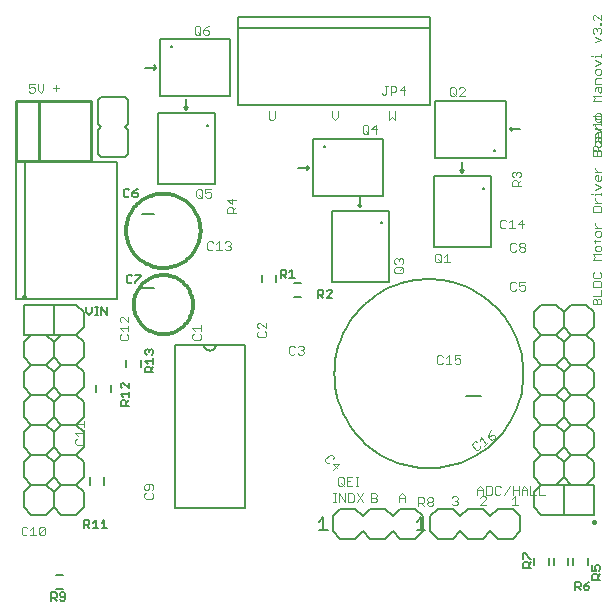
<source format=gto>
G75*
G70*
%OFA0B0*%
%FSLAX24Y24*%
%IPPOS*%
%LPD*%
%AMOC8*
5,1,8,0,0,1.08239X$1,22.5*
%
%ADD10C,0.0030*%
%ADD11C,0.0060*%
%ADD12C,0.0080*%
%ADD13C,0.0050*%
%ADD14C,0.0160*%
%ADD15C,0.0100*%
%ADD16C,0.0120*%
D10*
X002669Y002853D02*
X002718Y002805D01*
X002814Y002805D01*
X002863Y002853D01*
X002964Y002805D02*
X003157Y002805D01*
X003061Y002805D02*
X003061Y003095D01*
X002964Y002998D01*
X002863Y003047D02*
X002814Y003095D01*
X002718Y003095D01*
X002669Y003047D01*
X002669Y002853D01*
X003259Y002853D02*
X003452Y003047D01*
X003452Y002853D01*
X003404Y002805D01*
X003307Y002805D01*
X003259Y002853D01*
X003259Y003047D01*
X003307Y003095D01*
X003404Y003095D01*
X003452Y003047D01*
X004507Y005831D02*
X004701Y005831D01*
X004749Y005879D01*
X004749Y005976D01*
X004701Y006025D01*
X004749Y006126D02*
X004749Y006319D01*
X004749Y006222D02*
X004459Y006222D01*
X004556Y006126D01*
X004507Y006025D02*
X004459Y005976D01*
X004459Y005879D01*
X004507Y005831D01*
X004556Y006420D02*
X004459Y006517D01*
X004749Y006517D01*
X004749Y006420D02*
X004749Y006614D01*
X006807Y004514D02*
X006759Y004465D01*
X006759Y004369D01*
X006807Y004320D01*
X006856Y004320D01*
X006904Y004369D01*
X006904Y004514D01*
X007001Y004514D02*
X006807Y004514D01*
X007001Y004514D02*
X007049Y004465D01*
X007049Y004369D01*
X007001Y004320D01*
X007001Y004219D02*
X007049Y004171D01*
X007049Y004074D01*
X007001Y004026D01*
X006807Y004026D01*
X006759Y004074D01*
X006759Y004171D01*
X006807Y004219D01*
X006181Y009315D02*
X005987Y009315D01*
X005939Y009363D01*
X005939Y009460D01*
X005987Y009508D01*
X006036Y009610D02*
X005939Y009706D01*
X006229Y009706D01*
X006229Y009610D02*
X006229Y009803D01*
X006229Y009904D02*
X006036Y010098D01*
X005987Y010098D01*
X005939Y010049D01*
X005939Y009953D01*
X005987Y009904D01*
X006229Y009904D02*
X006229Y010098D01*
X006181Y009508D02*
X006229Y009460D01*
X006229Y009363D01*
X006181Y009315D01*
X008359Y009374D02*
X008407Y009326D01*
X008601Y009326D01*
X008649Y009374D01*
X008649Y009471D01*
X008601Y009519D01*
X008649Y009620D02*
X008649Y009814D01*
X008649Y009717D02*
X008359Y009717D01*
X008456Y009620D01*
X008407Y009519D02*
X008359Y009471D01*
X008359Y009374D01*
X010529Y009463D02*
X010577Y009415D01*
X010771Y009415D01*
X010819Y009463D01*
X010819Y009560D01*
X010771Y009608D01*
X010819Y009710D02*
X010626Y009903D01*
X010577Y009903D01*
X010529Y009855D01*
X010529Y009758D01*
X010577Y009710D01*
X010577Y009608D02*
X010529Y009560D01*
X010529Y009463D01*
X010819Y009710D02*
X010819Y009903D01*
X011631Y009124D02*
X011582Y009076D01*
X011582Y008882D01*
X011631Y008834D01*
X011727Y008834D01*
X011776Y008882D01*
X011877Y008882D02*
X011925Y008834D01*
X012022Y008834D01*
X012070Y008882D01*
X012070Y008931D01*
X012022Y008979D01*
X011974Y008979D01*
X012022Y008979D02*
X012070Y009027D01*
X012070Y009076D01*
X012022Y009124D01*
X011925Y009124D01*
X011877Y009076D01*
X011776Y009076D02*
X011727Y009124D01*
X011631Y009124D01*
X009594Y012315D02*
X009497Y012315D01*
X009449Y012363D01*
X009347Y012315D02*
X009154Y012315D01*
X009251Y012315D02*
X009251Y012605D01*
X009154Y012508D01*
X009053Y012557D02*
X009004Y012605D01*
X008908Y012605D01*
X008859Y012557D01*
X008859Y012363D01*
X008908Y012315D01*
X009004Y012315D01*
X009053Y012363D01*
X009449Y012557D02*
X009497Y012605D01*
X009594Y012605D01*
X009642Y012557D01*
X009642Y012508D01*
X009594Y012460D01*
X009642Y012412D01*
X009642Y012363D01*
X009594Y012315D01*
X009594Y012460D02*
X009545Y012460D01*
X009529Y013546D02*
X009529Y013691D01*
X009577Y013739D01*
X009674Y013739D01*
X009723Y013691D01*
X009723Y013546D01*
X009819Y013546D02*
X009529Y013546D01*
X009723Y013642D02*
X009819Y013739D01*
X009674Y013840D02*
X009674Y014034D01*
X009819Y013985D02*
X009529Y013985D01*
X009674Y013840D01*
X008982Y014108D02*
X008934Y014059D01*
X008837Y014059D01*
X008788Y014108D01*
X008788Y014205D02*
X008885Y014253D01*
X008934Y014253D01*
X008982Y014205D01*
X008982Y014108D01*
X008788Y014205D02*
X008788Y014350D01*
X008982Y014350D01*
X008687Y014301D02*
X008687Y014108D01*
X008639Y014059D01*
X008542Y014059D01*
X008494Y014108D01*
X008494Y014301D01*
X008542Y014350D01*
X008639Y014350D01*
X008687Y014301D01*
X008590Y014156D02*
X008687Y014059D01*
X010958Y016665D02*
X011054Y016665D01*
X011103Y016713D01*
X011103Y016955D01*
X010909Y016955D02*
X010909Y016713D01*
X010958Y016665D01*
X013009Y016762D02*
X013106Y016665D01*
X013203Y016762D01*
X013203Y016955D01*
X013009Y016955D02*
X013009Y016762D01*
X014036Y016442D02*
X014036Y016249D01*
X014084Y016201D01*
X014181Y016201D01*
X014229Y016249D01*
X014229Y016442D01*
X014181Y016491D01*
X014084Y016491D01*
X014036Y016442D01*
X014132Y016297D02*
X014229Y016201D01*
X014330Y016346D02*
X014475Y016491D01*
X014475Y016201D01*
X014524Y016346D02*
X014330Y016346D01*
X014909Y016665D02*
X015006Y016762D01*
X015103Y016665D01*
X015103Y016955D01*
X014909Y016955D02*
X014909Y016665D01*
X014970Y017495D02*
X014970Y017785D01*
X015115Y017785D01*
X015164Y017737D01*
X015164Y017640D01*
X015115Y017592D01*
X014970Y017592D01*
X014820Y017543D02*
X014820Y017785D01*
X014772Y017785D02*
X014869Y017785D01*
X014820Y017543D02*
X014772Y017495D01*
X014724Y017495D01*
X014675Y017543D01*
X015265Y017640D02*
X015458Y017640D01*
X015410Y017495D02*
X015410Y017785D01*
X015265Y017640D01*
X016944Y017701D02*
X016944Y017508D01*
X016992Y017459D01*
X017089Y017459D01*
X017137Y017508D01*
X017137Y017701D01*
X017089Y017750D01*
X016992Y017750D01*
X016944Y017701D01*
X017040Y017556D02*
X017137Y017459D01*
X017238Y017459D02*
X017432Y017653D01*
X017432Y017701D01*
X017384Y017750D01*
X017287Y017750D01*
X017238Y017701D01*
X017238Y017459D02*
X017432Y017459D01*
X019067Y014933D02*
X019116Y014933D01*
X019164Y014885D01*
X019213Y014933D01*
X019261Y014933D01*
X019309Y014885D01*
X019309Y014788D01*
X019261Y014740D01*
X019309Y014638D02*
X019213Y014542D01*
X019213Y014590D02*
X019213Y014445D01*
X019309Y014445D02*
X019019Y014445D01*
X019019Y014590D01*
X019067Y014638D01*
X019164Y014638D01*
X019213Y014590D01*
X019067Y014740D02*
X019019Y014788D01*
X019019Y014885D01*
X019067Y014933D01*
X019164Y014885D02*
X019164Y014836D01*
X019017Y013335D02*
X018920Y013238D01*
X018819Y013287D02*
X018770Y013335D01*
X018674Y013335D01*
X018625Y013287D01*
X018625Y013093D01*
X018674Y013045D01*
X018770Y013045D01*
X018819Y013093D01*
X018920Y013045D02*
X019114Y013045D01*
X019017Y013045D02*
X019017Y013335D01*
X019215Y013190D02*
X019408Y013190D01*
X019360Y013045D02*
X019360Y013335D01*
X019215Y013190D01*
X019302Y012555D02*
X019399Y012555D01*
X019447Y012507D01*
X019447Y012458D01*
X019399Y012410D01*
X019302Y012410D01*
X019254Y012458D01*
X019254Y012507D01*
X019302Y012555D01*
X019302Y012410D02*
X019254Y012362D01*
X019254Y012313D01*
X019302Y012265D01*
X019399Y012265D01*
X019447Y012313D01*
X019447Y012362D01*
X019399Y012410D01*
X019153Y012313D02*
X019104Y012265D01*
X019008Y012265D01*
X018959Y012313D01*
X018959Y012507D01*
X019008Y012555D01*
X019104Y012555D01*
X019153Y012507D01*
X019104Y011255D02*
X019008Y011255D01*
X018959Y011207D01*
X018959Y011013D01*
X019008Y010965D01*
X019104Y010965D01*
X019153Y011013D01*
X019254Y011013D02*
X019302Y010965D01*
X019399Y010965D01*
X019447Y011013D01*
X019447Y011110D01*
X019399Y011158D01*
X019351Y011158D01*
X019254Y011110D01*
X019254Y011255D01*
X019447Y011255D01*
X019153Y011207D02*
X019104Y011255D01*
X016932Y011909D02*
X016738Y011909D01*
X016835Y011909D02*
X016835Y012200D01*
X016738Y012103D01*
X016637Y012151D02*
X016637Y011958D01*
X016589Y011909D01*
X016492Y011909D01*
X016444Y011958D01*
X016444Y012151D01*
X016492Y012200D01*
X016589Y012200D01*
X016637Y012151D01*
X016540Y012006D02*
X016637Y011909D01*
X015385Y011892D02*
X015336Y011844D01*
X015385Y011892D02*
X015385Y011989D01*
X015336Y012038D01*
X015288Y012038D01*
X015240Y011989D01*
X015240Y011941D01*
X015240Y011989D02*
X015191Y012038D01*
X015143Y012038D01*
X015095Y011989D01*
X015095Y011892D01*
X015143Y011844D01*
X015143Y011743D02*
X015336Y011743D01*
X015385Y011695D01*
X015385Y011598D01*
X015336Y011549D01*
X015143Y011549D01*
X015095Y011598D01*
X015095Y011695D01*
X015143Y011743D01*
X015288Y011646D02*
X015385Y011743D01*
X016558Y008805D02*
X016509Y008757D01*
X016509Y008563D01*
X016558Y008515D01*
X016654Y008515D01*
X016703Y008563D01*
X016804Y008515D02*
X016997Y008515D01*
X016901Y008515D02*
X016901Y008805D01*
X016804Y008708D01*
X016703Y008757D02*
X016654Y008805D01*
X016558Y008805D01*
X017099Y008805D02*
X017099Y008660D01*
X017195Y008708D01*
X017244Y008708D01*
X017292Y008660D01*
X017292Y008563D01*
X017244Y008515D01*
X017147Y008515D01*
X017099Y008563D01*
X017099Y008805D02*
X017292Y008805D01*
X018304Y006314D02*
X018252Y006219D01*
X018229Y006085D01*
X018347Y006168D01*
X018415Y006156D01*
X018443Y006116D01*
X018431Y006049D01*
X018351Y005993D01*
X018284Y006005D01*
X018229Y006085D01*
X018229Y005908D02*
X018070Y005797D01*
X018150Y005852D02*
X017983Y006090D01*
X017959Y005955D01*
X017849Y005937D02*
X017781Y005949D01*
X017702Y005893D01*
X017690Y005826D01*
X017801Y005667D01*
X017869Y005655D01*
X017948Y005711D01*
X017960Y005778D01*
X017956Y004455D02*
X017859Y004358D01*
X017859Y004165D01*
X017859Y004310D02*
X018053Y004310D01*
X018053Y004358D02*
X018053Y004165D01*
X018008Y004105D02*
X017959Y004057D01*
X018008Y004105D02*
X018104Y004105D01*
X018153Y004057D01*
X018153Y004008D01*
X017959Y003815D01*
X018153Y003815D01*
X018154Y004165D02*
X018299Y004165D01*
X018347Y004213D01*
X018347Y004407D01*
X018299Y004455D01*
X018154Y004455D01*
X018154Y004165D01*
X018053Y004358D02*
X017956Y004455D01*
X018449Y004407D02*
X018449Y004213D01*
X018497Y004165D01*
X018594Y004165D01*
X018642Y004213D01*
X018743Y004165D02*
X018937Y004455D01*
X019038Y004455D02*
X019038Y004165D01*
X019106Y004105D02*
X019106Y003815D01*
X019009Y003815D02*
X019203Y003815D01*
X019009Y004008D02*
X019106Y004105D01*
X019231Y004165D02*
X019231Y004455D01*
X019333Y004358D02*
X019429Y004455D01*
X019526Y004358D01*
X019526Y004165D01*
X019627Y004165D02*
X019821Y004165D01*
X019922Y004165D02*
X019922Y004455D01*
X019922Y004165D02*
X020115Y004165D01*
X019627Y004165D02*
X019627Y004455D01*
X019526Y004310D02*
X019333Y004310D01*
X019333Y004358D02*
X019333Y004165D01*
X019231Y004310D02*
X019038Y004310D01*
X018642Y004407D02*
X018594Y004455D01*
X018497Y004455D01*
X018449Y004407D01*
X017203Y004057D02*
X017203Y004008D01*
X017154Y003960D01*
X017203Y003912D01*
X017203Y003863D01*
X017154Y003815D01*
X017058Y003815D01*
X017009Y003863D01*
X017106Y003960D02*
X017154Y003960D01*
X017203Y004057D02*
X017154Y004105D01*
X017058Y004105D01*
X017009Y004057D01*
X016380Y004031D02*
X016380Y003983D01*
X016332Y003935D01*
X016235Y003935D01*
X016187Y003983D01*
X016187Y004031D01*
X016235Y004080D01*
X016332Y004080D01*
X016380Y004031D01*
X016332Y003935D02*
X016380Y003886D01*
X016380Y003838D01*
X016332Y003790D01*
X016235Y003790D01*
X016187Y003838D01*
X016187Y003886D01*
X016235Y003935D01*
X016085Y003935D02*
X016037Y003886D01*
X015892Y003886D01*
X015892Y003790D02*
X015892Y004080D01*
X016037Y004080D01*
X016085Y004031D01*
X016085Y003935D01*
X015989Y003886D02*
X016085Y003790D01*
X015453Y003915D02*
X015453Y004108D01*
X015356Y004205D01*
X015259Y004108D01*
X015259Y003915D01*
X015259Y004060D02*
X015453Y004060D01*
X014503Y004012D02*
X014503Y003963D01*
X014454Y003915D01*
X014309Y003915D01*
X014309Y004205D01*
X014454Y004205D01*
X014503Y004157D01*
X014503Y004108D01*
X014454Y004060D01*
X014309Y004060D01*
X014454Y004060D02*
X014503Y004012D01*
X014039Y003915D02*
X013845Y004205D01*
X013744Y004157D02*
X013744Y003963D01*
X013696Y003915D01*
X013550Y003915D01*
X013550Y004205D01*
X013696Y004205D01*
X013744Y004157D01*
X013845Y003915D02*
X014039Y004205D01*
X013895Y004465D02*
X013799Y004465D01*
X013847Y004465D02*
X013847Y004755D01*
X013799Y004755D02*
X013895Y004755D01*
X013697Y004755D02*
X013504Y004755D01*
X013504Y004465D01*
X013697Y004465D01*
X013601Y004610D02*
X013504Y004610D01*
X013403Y004707D02*
X013403Y004513D01*
X013354Y004465D01*
X013258Y004465D01*
X013209Y004513D01*
X013209Y004707D01*
X013258Y004755D01*
X013354Y004755D01*
X013403Y004707D01*
X013306Y004562D02*
X013403Y004465D01*
X013449Y004205D02*
X013449Y003915D01*
X013256Y004205D01*
X013256Y003915D01*
X013156Y003915D02*
X013059Y003915D01*
X013108Y003915D02*
X013108Y004205D01*
X013156Y004205D02*
X013059Y004205D01*
X013035Y004996D02*
X013258Y005182D01*
X013053Y005200D01*
X013178Y005052D01*
X013062Y005340D02*
X013068Y005408D01*
X013006Y005482D01*
X012938Y005488D01*
X012790Y005364D01*
X012784Y005296D01*
X012846Y005222D01*
X012914Y005216D01*
X021699Y010505D02*
X021699Y010650D01*
X021747Y010698D01*
X021796Y010698D01*
X021844Y010650D01*
X021844Y010505D01*
X021989Y010505D02*
X021699Y010505D01*
X021844Y010650D02*
X021893Y010698D01*
X021941Y010698D01*
X021989Y010650D01*
X021989Y010505D01*
X021989Y010800D02*
X021699Y010800D01*
X021989Y010800D02*
X021989Y010993D01*
X021989Y011094D02*
X021989Y011239D01*
X021941Y011288D01*
X021747Y011288D01*
X021699Y011239D01*
X021699Y011094D01*
X021989Y011094D01*
X021941Y011389D02*
X021747Y011389D01*
X021699Y011437D01*
X021699Y011534D01*
X021747Y011582D01*
X021941Y011582D02*
X021989Y011534D01*
X021989Y011437D01*
X021941Y011389D01*
X021989Y011978D02*
X021699Y011978D01*
X021796Y012075D01*
X021699Y012172D01*
X021989Y012172D01*
X021941Y012273D02*
X021989Y012321D01*
X021989Y012418D01*
X021941Y012466D01*
X021844Y012466D01*
X021796Y012418D01*
X021796Y012321D01*
X021844Y012273D01*
X021941Y012273D01*
X021796Y012568D02*
X021796Y012664D01*
X021747Y012616D02*
X021941Y012616D01*
X021989Y012664D01*
X021941Y012764D02*
X021989Y012812D01*
X021989Y012909D01*
X021941Y012957D01*
X021844Y012957D01*
X021796Y012909D01*
X021796Y012812D01*
X021844Y012764D01*
X021941Y012764D01*
X021989Y013059D02*
X021796Y013059D01*
X021796Y013155D02*
X021796Y013204D01*
X021796Y013155D02*
X021893Y013059D01*
X021989Y013599D02*
X021699Y013599D01*
X021699Y013744D01*
X021747Y013792D01*
X021941Y013792D01*
X021989Y013744D01*
X021989Y013599D01*
X021989Y013893D02*
X021796Y013893D01*
X021893Y013893D02*
X021796Y013990D01*
X021796Y014039D01*
X021796Y014139D02*
X021796Y014187D01*
X021989Y014187D01*
X021989Y014139D02*
X021989Y014236D01*
X021989Y014432D02*
X021796Y014529D01*
X021844Y014630D02*
X021796Y014678D01*
X021796Y014775D01*
X021844Y014824D01*
X021893Y014824D01*
X021893Y014630D01*
X021941Y014630D02*
X021844Y014630D01*
X021941Y014630D02*
X021989Y014678D01*
X021989Y014775D01*
X021989Y014925D02*
X021796Y014925D01*
X021796Y015022D02*
X021796Y015070D01*
X021796Y015022D02*
X021893Y014925D01*
X021989Y014432D02*
X021796Y014335D01*
X021699Y014187D02*
X021651Y014187D01*
X021699Y015465D02*
X021699Y015610D01*
X021747Y015658D01*
X021796Y015658D01*
X021844Y015610D01*
X021844Y015465D01*
X021989Y015465D02*
X021699Y015465D01*
X021699Y015605D02*
X021699Y015750D01*
X021747Y015798D01*
X021844Y015798D01*
X021893Y015750D01*
X021893Y015605D01*
X021844Y015610D02*
X021893Y015658D01*
X021941Y015658D01*
X021989Y015610D01*
X021989Y015465D01*
X021989Y015605D02*
X021699Y015605D01*
X021844Y015760D02*
X021941Y015760D01*
X021989Y015808D01*
X021989Y015905D01*
X021941Y015953D01*
X021844Y015953D01*
X021796Y015905D01*
X021796Y015808D01*
X021844Y015760D01*
X021941Y015900D02*
X021893Y015948D01*
X021893Y016093D01*
X021893Y016103D02*
X021893Y016248D01*
X021844Y016248D02*
X021989Y016248D01*
X021989Y016103D01*
X021941Y016054D01*
X021893Y016103D01*
X021844Y016093D02*
X021989Y016093D01*
X021989Y015948D01*
X021941Y015900D01*
X021796Y015948D02*
X021796Y016045D01*
X021844Y016093D01*
X021796Y016103D02*
X021796Y016199D01*
X021844Y016248D01*
X021796Y016194D02*
X021989Y016291D01*
X021796Y016388D01*
X021796Y016349D02*
X021989Y016349D01*
X021893Y016349D02*
X021796Y016446D01*
X021796Y016494D01*
X021699Y016489D02*
X021699Y016537D01*
X021989Y016537D01*
X021989Y016489D02*
X021989Y016586D01*
X021941Y016594D02*
X021844Y016594D01*
X021796Y016643D01*
X021796Y016788D01*
X021796Y016831D02*
X021796Y016734D01*
X021844Y016685D01*
X021941Y016685D01*
X021989Y016734D01*
X021989Y016831D01*
X021941Y016879D01*
X021844Y016879D01*
X021796Y016831D01*
X021699Y016788D02*
X021989Y016788D01*
X021989Y016643D01*
X021941Y016594D01*
X021989Y017275D02*
X021699Y017275D01*
X021796Y017371D01*
X021699Y017468D01*
X021989Y017468D01*
X021941Y017569D02*
X021893Y017618D01*
X021893Y017763D01*
X021844Y017763D02*
X021989Y017763D01*
X021989Y017618D01*
X021941Y017569D01*
X021796Y017618D02*
X021796Y017714D01*
X021844Y017763D01*
X021796Y017864D02*
X021796Y018009D01*
X021844Y018057D01*
X021989Y018057D01*
X021941Y018159D02*
X021989Y018207D01*
X021989Y018304D01*
X021941Y018352D01*
X021844Y018352D01*
X021796Y018304D01*
X021796Y018207D01*
X021844Y018159D01*
X021941Y018159D01*
X021989Y017864D02*
X021796Y017864D01*
X021796Y018453D02*
X021989Y018550D01*
X021796Y018647D01*
X021796Y018748D02*
X021796Y018796D01*
X021989Y018796D01*
X021989Y018748D02*
X021989Y018845D01*
X021699Y018796D02*
X021651Y018796D01*
X021796Y019239D02*
X021989Y019336D01*
X021796Y019433D01*
X021747Y019534D02*
X021699Y019582D01*
X021699Y019679D01*
X021747Y019727D01*
X021796Y019727D01*
X021844Y019679D01*
X021893Y019727D01*
X021941Y019727D01*
X021989Y019679D01*
X021989Y019582D01*
X021941Y019534D01*
X021844Y019630D02*
X021844Y019679D01*
X021941Y019828D02*
X021941Y019877D01*
X021989Y019877D01*
X021989Y019828D01*
X021941Y019828D01*
X021989Y019976D02*
X021796Y020169D01*
X021747Y020169D01*
X021699Y020121D01*
X021699Y020024D01*
X021747Y019976D01*
X021989Y019976D02*
X021989Y020169D01*
X008924Y019791D02*
X008827Y019742D01*
X008730Y019646D01*
X008875Y019646D01*
X008924Y019597D01*
X008924Y019549D01*
X008875Y019501D01*
X008779Y019501D01*
X008730Y019549D01*
X008730Y019646D01*
X008629Y019742D02*
X008629Y019549D01*
X008581Y019501D01*
X008484Y019501D01*
X008436Y019549D01*
X008436Y019742D01*
X008484Y019791D01*
X008581Y019791D01*
X008629Y019742D01*
X008532Y019597D02*
X008629Y019501D01*
X003903Y017710D02*
X003709Y017710D01*
X003806Y017807D02*
X003806Y017613D01*
X003397Y017662D02*
X003397Y017855D01*
X003204Y017855D02*
X003204Y017662D01*
X003301Y017565D01*
X003397Y017662D01*
X003103Y017710D02*
X003103Y017613D01*
X003054Y017565D01*
X002958Y017565D01*
X002909Y017613D01*
X002909Y017710D02*
X003006Y017758D01*
X003054Y017758D01*
X003103Y017710D01*
X003103Y017855D02*
X002909Y017855D01*
X002909Y017710D01*
D11*
X005204Y017320D02*
X005204Y016520D01*
X005304Y016420D01*
X005204Y016320D01*
X005204Y015520D01*
X005304Y015420D01*
X006104Y015420D01*
X006204Y015520D01*
X006204Y016320D01*
X006104Y016420D01*
X006204Y016520D01*
X006204Y017320D01*
X006104Y017420D01*
X005304Y017420D01*
X005204Y017320D01*
X010678Y011498D02*
X010678Y011262D01*
X011151Y011262D02*
X011151Y011498D01*
X011746Y011216D02*
X011982Y011216D01*
X011982Y010744D02*
X011746Y010744D01*
X006631Y008668D02*
X006631Y008432D01*
X006158Y008432D02*
X006158Y008668D01*
X005631Y007818D02*
X005631Y007582D01*
X005158Y007582D02*
X005158Y007818D01*
X004948Y004738D02*
X004948Y004502D01*
X005421Y004502D02*
X005421Y004738D01*
X004035Y001491D02*
X003799Y001491D01*
X003799Y001019D02*
X004035Y001019D01*
X019758Y001832D02*
X019758Y002068D01*
X020231Y002068D02*
X020231Y001832D01*
X020408Y001832D02*
X020408Y002068D01*
X020881Y002068D02*
X020881Y001832D01*
X021058Y001832D02*
X021058Y002068D01*
X021531Y002068D02*
X021531Y001832D01*
D12*
X021744Y003500D02*
X020744Y003500D01*
X019994Y003500D01*
X019744Y003750D01*
X019744Y004250D01*
X019994Y004500D01*
X019744Y004750D01*
X019744Y005250D01*
X019994Y005500D01*
X019744Y005750D01*
X019744Y006250D01*
X019994Y006500D01*
X019744Y006750D01*
X019744Y007250D01*
X019994Y007500D01*
X019744Y007750D01*
X019744Y008250D01*
X019994Y008500D01*
X019744Y008750D01*
X019744Y009250D01*
X019994Y009500D01*
X019744Y009750D01*
X019744Y010250D01*
X019994Y010500D01*
X020494Y010500D01*
X020744Y010250D01*
X020994Y010500D01*
X021494Y010500D01*
X021744Y010250D01*
X021744Y009750D01*
X021494Y009500D01*
X020994Y009500D01*
X020744Y009750D01*
X020494Y009500D01*
X020744Y009250D01*
X020994Y009500D01*
X020744Y009250D02*
X020744Y008750D01*
X020994Y008500D01*
X020744Y008250D01*
X020744Y007750D01*
X020994Y007500D01*
X020744Y007250D01*
X020744Y006750D01*
X020994Y006500D01*
X020744Y006250D01*
X020744Y005750D01*
X020994Y005500D01*
X020744Y005250D01*
X020744Y004750D01*
X020994Y004500D01*
X021494Y004500D01*
X021744Y004750D01*
X021744Y005250D01*
X021494Y005500D01*
X021744Y005750D01*
X021744Y006250D01*
X021494Y006500D01*
X021744Y006750D01*
X021744Y007250D01*
X021494Y007500D01*
X021744Y007750D01*
X021744Y008250D01*
X021494Y008500D01*
X021744Y008750D01*
X021744Y009250D01*
X021494Y009500D01*
X020744Y009750D02*
X020744Y010250D01*
X020494Y009500D02*
X019994Y009500D01*
X020744Y008750D02*
X020494Y008500D01*
X020744Y008250D01*
X020494Y008500D02*
X019994Y008500D01*
X020744Y007750D02*
X020494Y007500D01*
X020744Y007250D01*
X020494Y007500D02*
X019994Y007500D01*
X020744Y006750D02*
X020494Y006500D01*
X020744Y006250D01*
X020494Y006500D02*
X019994Y006500D01*
X020744Y005750D02*
X020494Y005500D01*
X020744Y005250D01*
X020494Y005500D02*
X019994Y005500D01*
X020744Y004750D02*
X020494Y004500D01*
X020744Y004500D01*
X020994Y004500D01*
X020744Y004500D02*
X020744Y003500D01*
X021744Y003500D02*
X021744Y004500D01*
X021494Y004500D01*
X020494Y004500D02*
X019994Y004500D01*
X019044Y003700D02*
X019294Y003450D01*
X019294Y002950D01*
X019044Y002700D01*
X018544Y002700D01*
X018294Y002950D01*
X018044Y002700D01*
X017544Y002700D01*
X017294Y002950D01*
X017044Y002700D01*
X016544Y002700D01*
X016294Y002950D01*
X016294Y003450D01*
X016544Y003700D01*
X017044Y003700D01*
X017294Y003450D01*
X017544Y003700D01*
X018044Y003700D01*
X018294Y003450D01*
X018544Y003700D01*
X019044Y003700D01*
X020994Y005500D02*
X021494Y005500D01*
X021494Y006500D02*
X020994Y006500D01*
X020994Y007500D02*
X021494Y007500D01*
X021494Y008500D02*
X020994Y008500D01*
X017994Y007450D02*
X017494Y007450D01*
X013094Y008200D02*
X013098Y008355D01*
X013109Y008509D01*
X013128Y008662D01*
X013155Y008815D01*
X013188Y008965D01*
X013230Y009114D01*
X013278Y009261D01*
X013334Y009405D01*
X013396Y009547D01*
X013466Y009685D01*
X013542Y009819D01*
X013625Y009950D01*
X013714Y010076D01*
X013809Y010198D01*
X013910Y010315D01*
X014017Y010427D01*
X014129Y010534D01*
X014246Y010635D01*
X014368Y010730D01*
X014494Y010819D01*
X014625Y010902D01*
X014759Y010978D01*
X014897Y011048D01*
X015039Y011110D01*
X015183Y011166D01*
X015330Y011214D01*
X015479Y011256D01*
X015629Y011289D01*
X015782Y011316D01*
X015935Y011335D01*
X016089Y011346D01*
X016244Y011350D01*
X016399Y011346D01*
X016553Y011335D01*
X016706Y011316D01*
X016859Y011289D01*
X017009Y011256D01*
X017158Y011214D01*
X017305Y011166D01*
X017449Y011110D01*
X017591Y011048D01*
X017729Y010978D01*
X017863Y010902D01*
X017994Y010819D01*
X018120Y010730D01*
X018242Y010635D01*
X018359Y010534D01*
X018471Y010427D01*
X018578Y010315D01*
X018679Y010198D01*
X018774Y010076D01*
X018863Y009950D01*
X018946Y009819D01*
X019022Y009685D01*
X019092Y009547D01*
X019154Y009405D01*
X019210Y009261D01*
X019258Y009114D01*
X019300Y008965D01*
X019333Y008815D01*
X019360Y008662D01*
X019379Y008509D01*
X019390Y008355D01*
X019394Y008200D01*
X019390Y008045D01*
X019379Y007891D01*
X019360Y007738D01*
X019333Y007585D01*
X019300Y007435D01*
X019258Y007286D01*
X019210Y007139D01*
X019154Y006995D01*
X019092Y006853D01*
X019022Y006715D01*
X018946Y006581D01*
X018863Y006450D01*
X018774Y006324D01*
X018679Y006202D01*
X018578Y006085D01*
X018471Y005973D01*
X018359Y005866D01*
X018242Y005765D01*
X018120Y005670D01*
X017994Y005581D01*
X017863Y005498D01*
X017729Y005422D01*
X017591Y005352D01*
X017449Y005290D01*
X017305Y005234D01*
X017158Y005186D01*
X017009Y005144D01*
X016859Y005111D01*
X016706Y005084D01*
X016553Y005065D01*
X016399Y005054D01*
X016244Y005050D01*
X016089Y005054D01*
X015935Y005065D01*
X015782Y005084D01*
X015629Y005111D01*
X015479Y005144D01*
X015330Y005186D01*
X015183Y005234D01*
X015039Y005290D01*
X014897Y005352D01*
X014759Y005422D01*
X014625Y005498D01*
X014494Y005581D01*
X014368Y005670D01*
X014246Y005765D01*
X014129Y005866D01*
X014017Y005973D01*
X013910Y006085D01*
X013809Y006202D01*
X013714Y006324D01*
X013625Y006450D01*
X013542Y006581D01*
X013466Y006715D01*
X013396Y006853D01*
X013334Y006995D01*
X013278Y007139D01*
X013230Y007286D01*
X013188Y007435D01*
X013155Y007585D01*
X013128Y007738D01*
X013109Y007891D01*
X013098Y008045D01*
X013094Y008200D01*
X010105Y009166D02*
X007784Y009166D01*
X007784Y003734D01*
X010105Y003734D01*
X010105Y009166D01*
X009141Y009166D02*
X009139Y009139D01*
X009134Y009113D01*
X009125Y009088D01*
X009112Y009064D01*
X009097Y009042D01*
X009078Y009022D01*
X009058Y009005D01*
X009035Y008991D01*
X009010Y008980D01*
X008984Y008973D01*
X008957Y008969D01*
X008931Y008969D01*
X008904Y008973D01*
X008878Y008980D01*
X008853Y008991D01*
X008830Y009005D01*
X008810Y009022D01*
X008791Y009042D01*
X008776Y009064D01*
X008763Y009088D01*
X008754Y009113D01*
X008749Y009139D01*
X008747Y009166D01*
X007094Y011050D02*
X006694Y011050D01*
X005863Y010671D02*
X002792Y010671D01*
X002792Y015269D01*
X005863Y015269D01*
X005863Y010671D01*
X004744Y010250D02*
X004744Y009750D01*
X004494Y009500D01*
X004744Y009250D01*
X004744Y008750D01*
X004494Y008500D01*
X004744Y008250D01*
X004744Y007750D01*
X004494Y007500D01*
X004744Y007250D01*
X004744Y006750D01*
X004494Y006500D01*
X004744Y006250D01*
X004744Y005750D01*
X004494Y005500D01*
X004744Y005250D01*
X004744Y004750D01*
X004494Y004500D01*
X004744Y004250D01*
X004744Y003750D01*
X004494Y003500D01*
X003994Y003500D01*
X003744Y003750D01*
X003494Y003500D01*
X002994Y003500D01*
X002744Y003750D01*
X002744Y004250D01*
X002994Y004500D01*
X003494Y004500D01*
X003744Y004250D01*
X003994Y004500D01*
X003744Y004750D01*
X003494Y004500D01*
X003744Y004250D02*
X003744Y003750D01*
X003994Y004500D02*
X004494Y004500D01*
X003744Y004750D02*
X003744Y005250D01*
X003494Y005500D01*
X003744Y005750D01*
X003744Y006250D01*
X003494Y006500D01*
X003744Y006750D01*
X003744Y007250D01*
X003494Y007500D01*
X003744Y007750D01*
X003744Y008250D01*
X003494Y008500D01*
X003744Y008750D01*
X003744Y009250D01*
X003494Y009500D01*
X002994Y009500D01*
X002744Y009250D01*
X002744Y008750D01*
X002994Y008500D01*
X002744Y008250D01*
X002744Y007750D01*
X002994Y007500D01*
X002744Y007250D01*
X002744Y006750D01*
X002994Y006500D01*
X002744Y006250D01*
X002744Y005750D01*
X002994Y005500D01*
X002744Y005250D01*
X002744Y004750D01*
X002994Y004500D01*
X003744Y005250D02*
X003994Y005500D01*
X003744Y005750D01*
X003494Y005500D02*
X002994Y005500D01*
X003744Y006250D02*
X003994Y006500D01*
X003744Y006750D01*
X003494Y006500D02*
X002994Y006500D01*
X003744Y007250D02*
X003994Y007500D01*
X003744Y007750D01*
X003494Y007500D02*
X002994Y007500D01*
X003744Y008250D02*
X003994Y008500D01*
X003744Y008750D01*
X003494Y008500D02*
X002994Y008500D01*
X003744Y009250D02*
X003994Y009500D01*
X003744Y009500D01*
X003494Y009500D01*
X003744Y009500D02*
X003744Y010500D01*
X004494Y010500D01*
X004744Y010250D01*
X004494Y009500D02*
X003994Y009500D01*
X002994Y009500D02*
X002744Y009500D01*
X002744Y010500D01*
X003744Y010500D01*
X002792Y010671D02*
X002477Y010671D01*
X002477Y015269D01*
X002792Y015269D01*
X006694Y013511D02*
X007094Y013511D01*
X009887Y017146D02*
X009887Y019706D01*
X016265Y019706D01*
X016265Y017146D01*
X009887Y017146D01*
X009887Y019706D02*
X009887Y020099D01*
X016265Y020099D01*
X016265Y019706D01*
X004494Y008500D02*
X003994Y008500D01*
X003994Y007500D02*
X004494Y007500D01*
X004494Y006500D02*
X003994Y006500D01*
X003994Y005500D02*
X004494Y005500D01*
X012584Y003270D02*
X012724Y003410D01*
X012724Y002990D01*
X012584Y002990D02*
X012865Y002990D01*
X013044Y002950D02*
X013294Y002700D01*
X013794Y002700D01*
X014044Y002950D01*
X014294Y002700D01*
X014794Y002700D01*
X015044Y002950D01*
X015294Y002700D01*
X015794Y002700D01*
X016044Y002950D01*
X016044Y003450D01*
X015794Y003700D01*
X015294Y003700D01*
X015044Y003450D01*
X014794Y003700D01*
X014294Y003700D01*
X014044Y003450D01*
X013794Y003700D01*
X013294Y003700D01*
X013044Y003450D01*
X013044Y002950D01*
X015834Y002990D02*
X016115Y002990D01*
X015974Y002990D02*
X015974Y003410D01*
X015834Y003270D01*
D13*
X019394Y002211D02*
X019439Y002211D01*
X019619Y002030D01*
X019664Y002030D01*
X019664Y001916D02*
X019574Y001826D01*
X019574Y001871D02*
X019574Y001736D01*
X019664Y001736D02*
X019394Y001736D01*
X019394Y001871D01*
X019439Y001916D01*
X019529Y001916D01*
X019574Y001871D01*
X019394Y002030D02*
X019394Y002211D01*
X021119Y001270D02*
X021119Y001000D01*
X021119Y001090D02*
X021254Y001090D01*
X021299Y001135D01*
X021299Y001225D01*
X021254Y001270D01*
X021119Y001270D01*
X021209Y001090D02*
X021299Y001000D01*
X021414Y001045D02*
X021459Y001000D01*
X021549Y001000D01*
X021594Y001045D01*
X021594Y001090D01*
X021549Y001135D01*
X021414Y001135D01*
X021414Y001045D01*
X021414Y001135D02*
X021504Y001225D01*
X021594Y001270D01*
X021694Y001336D02*
X021694Y001471D01*
X021739Y001516D01*
X021829Y001516D01*
X021874Y001471D01*
X021874Y001336D01*
X021874Y001426D02*
X021964Y001516D01*
X021919Y001630D02*
X021964Y001675D01*
X021964Y001765D01*
X021919Y001811D01*
X021829Y001811D01*
X021784Y001765D01*
X021784Y001720D01*
X021829Y001630D01*
X021694Y001630D01*
X021694Y001811D01*
X021694Y001336D02*
X021964Y001336D01*
X013014Y010730D02*
X012834Y010730D01*
X013014Y010910D01*
X013014Y010955D01*
X012969Y011000D01*
X012879Y011000D01*
X012834Y010955D01*
X012719Y010955D02*
X012719Y010865D01*
X012674Y010820D01*
X012539Y010820D01*
X012539Y010730D02*
X012539Y011000D01*
X012674Y011000D01*
X012719Y010955D01*
X012629Y010820D02*
X012719Y010730D01*
X012999Y011267D02*
X012999Y013629D01*
X014909Y013629D01*
X014909Y011267D01*
X012999Y011267D01*
X011775Y011400D02*
X011595Y011400D01*
X011685Y011400D02*
X011685Y011670D01*
X011595Y011580D01*
X011480Y011625D02*
X011480Y011535D01*
X011435Y011490D01*
X011300Y011490D01*
X011300Y011400D02*
X011300Y011670D01*
X011435Y011670D01*
X011480Y011625D01*
X011390Y011490D02*
X011480Y011400D01*
X012365Y014105D02*
X012365Y016015D01*
X014727Y016015D01*
X014727Y014105D01*
X012365Y014105D01*
X012168Y014971D02*
X012247Y015050D01*
X012168Y015129D01*
X012247Y015050D02*
X011893Y015050D01*
X012746Y015762D02*
X012748Y015770D01*
X012753Y015777D01*
X012760Y015781D01*
X012768Y015782D01*
X012776Y015779D01*
X012782Y015774D01*
X012786Y015766D01*
X012786Y015758D01*
X012782Y015750D01*
X012776Y015745D01*
X012768Y015742D01*
X012760Y015743D01*
X012753Y015747D01*
X012748Y015754D01*
X012746Y015762D01*
X013944Y014102D02*
X013944Y013747D01*
X014023Y013826D01*
X013944Y013747D02*
X013866Y013826D01*
X014636Y013228D02*
X014638Y013236D01*
X014643Y013243D01*
X014650Y013247D01*
X014658Y013248D01*
X014666Y013245D01*
X014672Y013240D01*
X014676Y013232D01*
X014676Y013224D01*
X014672Y013216D01*
X014666Y013211D01*
X014658Y013208D01*
X014650Y013209D01*
X014643Y013213D01*
X014638Y013220D01*
X014636Y013228D01*
X016399Y012417D02*
X016399Y014779D01*
X018309Y014779D01*
X018309Y012417D01*
X016399Y012417D01*
X018036Y014378D02*
X018038Y014386D01*
X018043Y014393D01*
X018050Y014397D01*
X018058Y014398D01*
X018066Y014395D01*
X018072Y014390D01*
X018076Y014382D01*
X018076Y014374D01*
X018072Y014366D01*
X018066Y014361D01*
X018058Y014358D01*
X018050Y014359D01*
X018043Y014363D01*
X018038Y014370D01*
X018036Y014378D01*
X017423Y014976D02*
X017344Y014897D01*
X017266Y014976D01*
X017344Y014897D02*
X017344Y015252D01*
X016461Y015385D02*
X018823Y015385D01*
X018823Y017295D01*
X016461Y017295D01*
X016461Y015385D01*
X018403Y015638D02*
X018405Y015646D01*
X018410Y015653D01*
X018417Y015657D01*
X018425Y015658D01*
X018433Y015655D01*
X018439Y015650D01*
X018443Y015642D01*
X018443Y015634D01*
X018439Y015626D01*
X018433Y015621D01*
X018425Y015618D01*
X018417Y015619D01*
X018410Y015623D01*
X018405Y015630D01*
X018403Y015638D01*
X019020Y016271D02*
X018942Y016350D01*
X019020Y016429D01*
X018942Y016350D02*
X019296Y016350D01*
X009627Y017455D02*
X007265Y017455D01*
X007265Y019365D01*
X009627Y019365D01*
X009627Y017455D01*
X009109Y016879D02*
X007199Y016879D01*
X007199Y014517D01*
X009109Y014517D01*
X009109Y016879D01*
X008836Y016478D02*
X008838Y016486D01*
X008843Y016493D01*
X008850Y016497D01*
X008858Y016498D01*
X008866Y016495D01*
X008872Y016490D01*
X008876Y016482D01*
X008876Y016474D01*
X008872Y016466D01*
X008866Y016461D01*
X008858Y016458D01*
X008850Y016459D01*
X008843Y016463D01*
X008838Y016470D01*
X008836Y016478D01*
X008223Y017076D02*
X008144Y016997D01*
X008066Y017076D01*
X008144Y016997D02*
X008144Y017352D01*
X007147Y018400D02*
X007068Y018479D01*
X007147Y018400D02*
X006793Y018400D01*
X007068Y018321D02*
X007147Y018400D01*
X007646Y019112D02*
X007648Y019120D01*
X007653Y019127D01*
X007660Y019131D01*
X007668Y019132D01*
X007676Y019129D01*
X007682Y019124D01*
X007686Y019116D01*
X007686Y019108D01*
X007682Y019100D01*
X007676Y019095D01*
X007668Y019092D01*
X007660Y019093D01*
X007653Y019097D01*
X007648Y019104D01*
X007646Y019112D01*
X006544Y014356D02*
X006454Y014311D01*
X006364Y014221D01*
X006499Y014221D01*
X006544Y014176D01*
X006544Y014131D01*
X006499Y014086D01*
X006409Y014086D01*
X006364Y014131D01*
X006364Y014221D01*
X006249Y014311D02*
X006204Y014356D01*
X006114Y014356D01*
X006069Y014311D01*
X006069Y014131D01*
X006114Y014086D01*
X006204Y014086D01*
X006249Y014131D01*
X006214Y011495D02*
X006169Y011450D01*
X006169Y011270D01*
X006214Y011225D01*
X006304Y011225D01*
X006349Y011270D01*
X006464Y011270D02*
X006464Y011225D01*
X006464Y011270D02*
X006644Y011450D01*
X006644Y011495D01*
X006464Y011495D01*
X006349Y011450D02*
X006304Y011495D01*
X006214Y011495D01*
X005498Y010420D02*
X005498Y010150D01*
X005318Y010420D01*
X005318Y010150D01*
X005212Y010150D02*
X005122Y010150D01*
X005167Y010150D02*
X005167Y010420D01*
X005122Y010420D02*
X005212Y010420D01*
X005007Y010420D02*
X005007Y010240D01*
X004917Y010150D01*
X004827Y010240D01*
X004827Y010420D01*
X006794Y008965D02*
X006839Y009011D01*
X006884Y009011D01*
X006929Y008965D01*
X006974Y009011D01*
X007019Y009011D01*
X007064Y008965D01*
X007064Y008875D01*
X007019Y008830D01*
X007064Y008716D02*
X007064Y008536D01*
X007064Y008626D02*
X006794Y008626D01*
X006884Y008536D01*
X006839Y008421D02*
X006929Y008421D01*
X006974Y008376D01*
X006974Y008241D01*
X006974Y008331D02*
X007064Y008421D01*
X007064Y008241D02*
X006794Y008241D01*
X006794Y008376D01*
X006839Y008421D01*
X006839Y008830D02*
X006794Y008875D01*
X006794Y008965D01*
X006929Y008965D02*
X006929Y008920D01*
X006244Y007894D02*
X006244Y007714D01*
X006064Y007894D01*
X006019Y007894D01*
X005974Y007849D01*
X005974Y007759D01*
X006019Y007714D01*
X005974Y007510D02*
X006244Y007510D01*
X006244Y007420D02*
X006244Y007600D01*
X006064Y007420D02*
X005974Y007510D01*
X006019Y007305D02*
X006109Y007305D01*
X006154Y007260D01*
X006154Y007125D01*
X006154Y007215D02*
X006244Y007305D01*
X006244Y007125D02*
X005974Y007125D01*
X005974Y007260D01*
X006019Y007305D01*
X005429Y003320D02*
X005429Y003050D01*
X005339Y003050D02*
X005519Y003050D01*
X005339Y003230D02*
X005429Y003320D01*
X005224Y003050D02*
X005044Y003050D01*
X005134Y003050D02*
X005134Y003320D01*
X005044Y003230D01*
X004929Y003185D02*
X004884Y003140D01*
X004749Y003140D01*
X004749Y003050D02*
X004749Y003320D01*
X004884Y003320D01*
X004929Y003275D01*
X004929Y003185D01*
X004839Y003140D02*
X004929Y003050D01*
X004083Y000905D02*
X003993Y000905D01*
X003948Y000860D01*
X003948Y000815D01*
X003993Y000770D01*
X004128Y000770D01*
X004128Y000680D02*
X004128Y000860D01*
X004083Y000905D01*
X004128Y000680D02*
X004083Y000635D01*
X003993Y000635D01*
X003948Y000680D01*
X003833Y000635D02*
X003743Y000725D01*
X003788Y000725D02*
X003653Y000725D01*
X003653Y000635D02*
X003653Y000905D01*
X003788Y000905D01*
X003833Y000860D01*
X003833Y000770D01*
X003788Y000725D01*
D14*
X002734Y010750D02*
X002736Y010755D01*
X002740Y010759D01*
X002745Y010760D01*
X002751Y010758D01*
X002754Y010753D01*
X002754Y010747D01*
X002751Y010742D01*
X002745Y010740D01*
X002740Y010741D01*
X002736Y010745D01*
X002734Y010750D01*
X021734Y003250D02*
X021736Y003255D01*
X021740Y003259D01*
X021745Y003260D01*
X021751Y003258D01*
X021754Y003253D01*
X021754Y003247D01*
X021751Y003242D01*
X021745Y003240D01*
X021740Y003241D01*
X021736Y003245D01*
X021734Y003250D01*
D15*
X004994Y015300D02*
X003244Y015300D01*
X003244Y017300D01*
X004994Y017300D01*
X004994Y015300D01*
X003244Y015300D02*
X002494Y015300D01*
X002494Y017300D01*
X003244Y017300D01*
D16*
X006154Y012961D02*
X006156Y013031D01*
X006162Y013101D01*
X006172Y013171D01*
X006186Y013239D01*
X006203Y013307D01*
X006225Y013374D01*
X006250Y013440D01*
X006279Y013504D01*
X006311Y013566D01*
X006347Y013626D01*
X006387Y013684D01*
X006429Y013740D01*
X006475Y013793D01*
X006523Y013844D01*
X006575Y013892D01*
X006629Y013937D01*
X006685Y013978D01*
X006744Y014017D01*
X006805Y014052D01*
X006867Y014084D01*
X006932Y014112D01*
X006997Y014136D01*
X007065Y014156D01*
X007133Y014173D01*
X007202Y014186D01*
X007271Y014195D01*
X007341Y014200D01*
X007412Y014201D01*
X007482Y014198D01*
X007552Y014191D01*
X007621Y014180D01*
X007689Y014165D01*
X007757Y014147D01*
X007824Y014124D01*
X007889Y014098D01*
X007952Y014068D01*
X008014Y014035D01*
X008074Y013998D01*
X008131Y013958D01*
X008187Y013915D01*
X008239Y013868D01*
X008289Y013819D01*
X008336Y013767D01*
X008380Y013712D01*
X008421Y013655D01*
X008459Y013596D01*
X008493Y013535D01*
X008524Y013472D01*
X008551Y013407D01*
X008574Y013341D01*
X008594Y013273D01*
X008610Y013205D01*
X008622Y013136D01*
X008630Y013066D01*
X008634Y012996D01*
X008634Y012926D01*
X008630Y012856D01*
X008622Y012786D01*
X008610Y012717D01*
X008594Y012649D01*
X008574Y012581D01*
X008551Y012515D01*
X008524Y012450D01*
X008493Y012387D01*
X008459Y012326D01*
X008421Y012267D01*
X008380Y012210D01*
X008336Y012155D01*
X008289Y012103D01*
X008239Y012054D01*
X008187Y012007D01*
X008131Y011964D01*
X008074Y011924D01*
X008014Y011887D01*
X007952Y011854D01*
X007889Y011824D01*
X007824Y011798D01*
X007757Y011775D01*
X007689Y011757D01*
X007621Y011742D01*
X007552Y011731D01*
X007482Y011724D01*
X007412Y011721D01*
X007341Y011722D01*
X007271Y011727D01*
X007202Y011736D01*
X007133Y011749D01*
X007065Y011766D01*
X006997Y011786D01*
X006932Y011810D01*
X006867Y011838D01*
X006805Y011870D01*
X006744Y011905D01*
X006685Y011944D01*
X006629Y011985D01*
X006575Y012030D01*
X006523Y012078D01*
X006475Y012129D01*
X006429Y012182D01*
X006387Y012238D01*
X006347Y012296D01*
X006311Y012356D01*
X006279Y012418D01*
X006250Y012482D01*
X006225Y012548D01*
X006203Y012615D01*
X006186Y012683D01*
X006172Y012751D01*
X006162Y012821D01*
X006156Y012891D01*
X006154Y012961D01*
X006410Y010500D02*
X006412Y010562D01*
X006418Y010625D01*
X006428Y010686D01*
X006442Y010747D01*
X006459Y010807D01*
X006480Y010866D01*
X006506Y010923D01*
X006534Y010978D01*
X006566Y011032D01*
X006602Y011083D01*
X006640Y011133D01*
X006682Y011179D01*
X006726Y011223D01*
X006774Y011264D01*
X006823Y011302D01*
X006875Y011336D01*
X006929Y011367D01*
X006985Y011395D01*
X007043Y011419D01*
X007102Y011440D01*
X007162Y011456D01*
X007223Y011469D01*
X007285Y011478D01*
X007347Y011483D01*
X007410Y011484D01*
X007472Y011481D01*
X007534Y011474D01*
X007596Y011463D01*
X007656Y011448D01*
X007716Y011430D01*
X007774Y011408D01*
X007831Y011382D01*
X007886Y011352D01*
X007939Y011319D01*
X007990Y011283D01*
X008038Y011244D01*
X008084Y011201D01*
X008127Y011156D01*
X008167Y011108D01*
X008204Y011058D01*
X008238Y011005D01*
X008269Y010951D01*
X008295Y010895D01*
X008319Y010837D01*
X008338Y010777D01*
X008354Y010717D01*
X008366Y010655D01*
X008374Y010594D01*
X008378Y010531D01*
X008378Y010469D01*
X008374Y010406D01*
X008366Y010345D01*
X008354Y010283D01*
X008338Y010223D01*
X008319Y010163D01*
X008295Y010105D01*
X008269Y010049D01*
X008238Y009995D01*
X008204Y009942D01*
X008167Y009892D01*
X008127Y009844D01*
X008084Y009799D01*
X008038Y009756D01*
X007990Y009717D01*
X007939Y009681D01*
X007886Y009648D01*
X007831Y009618D01*
X007774Y009592D01*
X007716Y009570D01*
X007656Y009552D01*
X007596Y009537D01*
X007534Y009526D01*
X007472Y009519D01*
X007410Y009516D01*
X007347Y009517D01*
X007285Y009522D01*
X007223Y009531D01*
X007162Y009544D01*
X007102Y009560D01*
X007043Y009581D01*
X006985Y009605D01*
X006929Y009633D01*
X006875Y009664D01*
X006823Y009698D01*
X006774Y009736D01*
X006726Y009777D01*
X006682Y009821D01*
X006640Y009867D01*
X006602Y009917D01*
X006566Y009968D01*
X006534Y010022D01*
X006506Y010077D01*
X006480Y010134D01*
X006459Y010193D01*
X006442Y010253D01*
X006428Y010314D01*
X006418Y010375D01*
X006412Y010438D01*
X006410Y010500D01*
M02*

</source>
